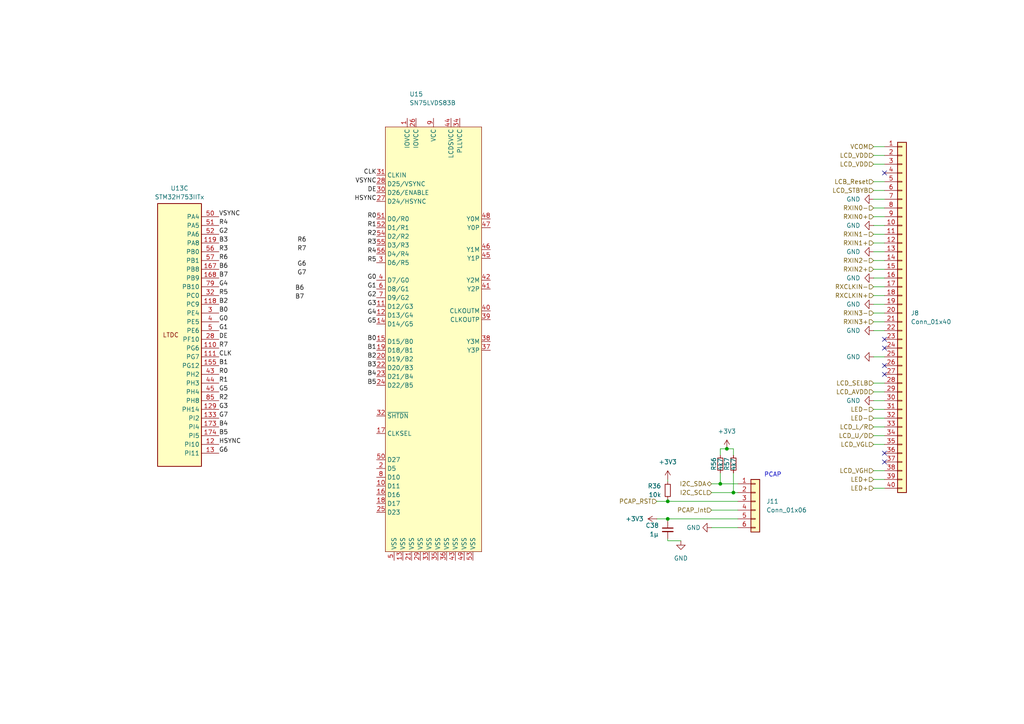
<source format=kicad_sch>
(kicad_sch
	(version 20231120)
	(generator "eeschema")
	(generator_version "8.0")
	(uuid "cfc08744-1338-460e-b9d6-bbb983fd58f1")
	(paper "A4")
	
	(junction
		(at 210.82 130.175)
		(diameter 0)
		(color 0 0 0 0)
		(uuid "1f38e153-e651-4879-8c77-3220d9bfe30b")
	)
	(junction
		(at 212.725 142.875)
		(diameter 0)
		(color 0 0 0 0)
		(uuid "3925a27d-4875-405a-8c29-a7ba8d4725f7")
	)
	(junction
		(at 193.675 150.495)
		(diameter 0)
		(color 0 0 0 0)
		(uuid "833e2d64-fc43-464a-9283-f695744d3d12")
	)
	(junction
		(at 193.675 145.415)
		(diameter 0)
		(color 0 0 0 0)
		(uuid "ba9f6885-d1c2-4976-8e6c-b3c768d67c14")
	)
	(junction
		(at 208.915 140.335)
		(diameter 0)
		(color 0 0 0 0)
		(uuid "f621acd5-9b92-4da7-afc1-ea1e53f7700e")
	)
	(no_connect
		(at 256.54 133.985)
		(uuid "206530de-08a6-4322-927d-360e1543f9c3")
	)
	(no_connect
		(at 256.54 106.045)
		(uuid "4670c019-b6c9-4fcc-b1c1-90483035a52d")
	)
	(no_connect
		(at 256.54 98.425)
		(uuid "57ba4c83-7552-48dc-a263-d34d0b323fe5")
	)
	(no_connect
		(at 256.54 108.585)
		(uuid "58e4a9ba-9959-41ee-8aa7-af7bb26bb0fc")
	)
	(no_connect
		(at 256.54 100.965)
		(uuid "6656bea9-1e28-47cc-8494-9faa91d6f4b4")
	)
	(no_connect
		(at 256.54 50.165)
		(uuid "b5294258-8b2c-4d02-a271-4a5af5e8753b")
	)
	(no_connect
		(at 256.54 131.445)
		(uuid "d5a720d4-226e-4161-a590-27effc13fbc0")
	)
	(wire
		(pts
			(xy 206.375 142.875) (xy 212.725 142.875)
		)
		(stroke
			(width 0)
			(type default)
		)
		(uuid "05e528cd-cd25-429f-b1b3-d804461f1fbb")
	)
	(wire
		(pts
			(xy 212.725 137.16) (xy 212.725 142.875)
		)
		(stroke
			(width 0)
			(type default)
		)
		(uuid "06b39ecd-f131-4d5e-be11-106155e0051c")
	)
	(wire
		(pts
			(xy 193.675 150.495) (xy 193.675 151.13)
		)
		(stroke
			(width 0)
			(type default)
		)
		(uuid "193249d7-42be-4aa3-9346-3782bac88bef")
	)
	(wire
		(pts
			(xy 253.365 116.205) (xy 256.54 116.205)
		)
		(stroke
			(width 0)
			(type default)
		)
		(uuid "1c029d85-b489-425d-b4be-7fb14080dda1")
	)
	(wire
		(pts
			(xy 193.675 144.78) (xy 193.675 145.415)
		)
		(stroke
			(width 0)
			(type default)
		)
		(uuid "23c600d3-e761-4c99-b45d-34adfb2a9b67")
	)
	(wire
		(pts
			(xy 253.365 85.725) (xy 256.54 85.725)
		)
		(stroke
			(width 0)
			(type default)
		)
		(uuid "27619d87-814b-4e66-8ce5-84c9b258f0bf")
	)
	(wire
		(pts
			(xy 253.365 90.805) (xy 256.54 90.805)
		)
		(stroke
			(width 0)
			(type default)
		)
		(uuid "2f1b7142-5359-4472-b1fd-de96165f83e6")
	)
	(wire
		(pts
			(xy 253.365 47.625) (xy 256.54 47.625)
		)
		(stroke
			(width 0)
			(type default)
		)
		(uuid "2f4e38f2-30cc-442c-b415-30467d32412d")
	)
	(wire
		(pts
			(xy 253.365 83.185) (xy 256.54 83.185)
		)
		(stroke
			(width 0)
			(type default)
		)
		(uuid "338cbeb0-9e4c-42b6-9787-f19a5da2870c")
	)
	(wire
		(pts
			(xy 208.915 130.175) (xy 210.82 130.175)
		)
		(stroke
			(width 0)
			(type default)
		)
		(uuid "357e09a7-75f7-41a8-8c60-319f523d3773")
	)
	(wire
		(pts
			(xy 206.375 140.335) (xy 208.915 140.335)
		)
		(stroke
			(width 0)
			(type default)
		)
		(uuid "3f295cfd-ebba-4b1e-bac9-708590bd77b6")
	)
	(wire
		(pts
			(xy 253.365 78.105) (xy 256.54 78.105)
		)
		(stroke
			(width 0)
			(type default)
		)
		(uuid "48985834-8e71-434f-b58e-ed9ffa085d20")
	)
	(wire
		(pts
			(xy 193.675 150.495) (xy 213.995 150.495)
		)
		(stroke
			(width 0)
			(type default)
		)
		(uuid "4c814185-20ab-4c63-85a3-08873cf631b5")
	)
	(wire
		(pts
			(xy 190.5 145.415) (xy 193.675 145.415)
		)
		(stroke
			(width 0)
			(type default)
		)
		(uuid "51176f82-a718-44d9-8aac-1fbaebeebff1")
	)
	(wire
		(pts
			(xy 253.365 88.265) (xy 256.54 88.265)
		)
		(stroke
			(width 0)
			(type default)
		)
		(uuid "5d74f553-7285-4b03-8f7a-7493264e6ca7")
	)
	(wire
		(pts
			(xy 253.365 118.745) (xy 256.54 118.745)
		)
		(stroke
			(width 0)
			(type default)
		)
		(uuid "5f241d29-31c2-41f4-bd3d-059c2e65be39")
	)
	(wire
		(pts
			(xy 253.365 42.545) (xy 256.54 42.545)
		)
		(stroke
			(width 0)
			(type default)
		)
		(uuid "618979c3-fee3-4fd4-90b7-b3a321c9831f")
	)
	(wire
		(pts
			(xy 253.365 93.345) (xy 256.54 93.345)
		)
		(stroke
			(width 0)
			(type default)
		)
		(uuid "671eb76e-ac7c-495b-9377-d06227dbda46")
	)
	(wire
		(pts
			(xy 253.365 121.285) (xy 256.54 121.285)
		)
		(stroke
			(width 0)
			(type default)
		)
		(uuid "6c2477a4-178e-4f32-9674-a5710c149782")
	)
	(wire
		(pts
			(xy 253.365 126.365) (xy 256.54 126.365)
		)
		(stroke
			(width 0)
			(type default)
		)
		(uuid "71413b15-4c29-4db8-9aca-4d4d08e03b81")
	)
	(wire
		(pts
			(xy 206.375 147.955) (xy 213.995 147.955)
		)
		(stroke
			(width 0)
			(type default)
		)
		(uuid "718cbf0e-2c2e-4dfb-aa82-e96c26e595e9")
	)
	(wire
		(pts
			(xy 253.365 113.665) (xy 256.54 113.665)
		)
		(stroke
			(width 0)
			(type default)
		)
		(uuid "7ba4c5a6-fc2a-42bf-835e-6d3fe146eb49")
	)
	(wire
		(pts
			(xy 253.365 111.125) (xy 256.54 111.125)
		)
		(stroke
			(width 0)
			(type default)
		)
		(uuid "7d97b2ea-9c3a-4444-8140-5f88442d21a4")
	)
	(wire
		(pts
			(xy 212.725 142.875) (xy 213.995 142.875)
		)
		(stroke
			(width 0)
			(type default)
		)
		(uuid "80449c22-7a2e-48ef-b100-319c64440b08")
	)
	(wire
		(pts
			(xy 253.365 57.785) (xy 256.54 57.785)
		)
		(stroke
			(width 0)
			(type default)
		)
		(uuid "83cc7d18-3605-4624-a3e7-065a5db17972")
	)
	(wire
		(pts
			(xy 193.675 145.415) (xy 213.995 145.415)
		)
		(stroke
			(width 0)
			(type default)
		)
		(uuid "8a253ece-2bc3-43e4-9198-530d6b262d90")
	)
	(wire
		(pts
			(xy 253.365 128.905) (xy 256.54 128.905)
		)
		(stroke
			(width 0)
			(type default)
		)
		(uuid "8b6da8b0-de78-4e0a-9628-aa523a0de7bb")
	)
	(wire
		(pts
			(xy 253.365 95.885) (xy 256.54 95.885)
		)
		(stroke
			(width 0)
			(type default)
		)
		(uuid "8fcba768-840e-438e-ac66-8ec626ed306c")
	)
	(wire
		(pts
			(xy 193.675 156.21) (xy 193.675 156.845)
		)
		(stroke
			(width 0)
			(type default)
		)
		(uuid "935c8a75-ba66-49fc-92ef-91648e9fffac")
	)
	(wire
		(pts
			(xy 190.5 150.495) (xy 193.675 150.495)
		)
		(stroke
			(width 0)
			(type default)
		)
		(uuid "9af2513d-bd0e-422c-8c69-9f61ea71fb1c")
	)
	(wire
		(pts
			(xy 253.365 60.325) (xy 256.54 60.325)
		)
		(stroke
			(width 0)
			(type default)
		)
		(uuid "9afaf073-8914-4b5f-9a09-321c7823603b")
	)
	(wire
		(pts
			(xy 212.725 130.175) (xy 212.725 132.08)
		)
		(stroke
			(width 0)
			(type default)
		)
		(uuid "9c4d6a6f-f984-42f1-a37b-45ccd36c49c2")
	)
	(wire
		(pts
			(xy 253.365 139.065) (xy 256.54 139.065)
		)
		(stroke
			(width 0)
			(type default)
		)
		(uuid "9cb67b43-cabd-47e1-99bb-bf896041f2a0")
	)
	(wire
		(pts
			(xy 210.82 130.175) (xy 212.725 130.175)
		)
		(stroke
			(width 0)
			(type default)
		)
		(uuid "9cd4ebb7-1f67-4d4a-86a6-5d4df2a67f6d")
	)
	(wire
		(pts
			(xy 193.675 139.065) (xy 193.675 139.7)
		)
		(stroke
			(width 0)
			(type default)
		)
		(uuid "a38bdfda-67d3-463a-8274-24b317601fed")
	)
	(wire
		(pts
			(xy 253.365 75.565) (xy 256.54 75.565)
		)
		(stroke
			(width 0)
			(type default)
		)
		(uuid "ae07fa32-ecd4-4f47-9f9a-68257480dc89")
	)
	(wire
		(pts
			(xy 253.365 45.085) (xy 256.54 45.085)
		)
		(stroke
			(width 0)
			(type default)
		)
		(uuid "ae5d1da4-dc18-4b2d-bc7a-ff67f4fd9e22")
	)
	(wire
		(pts
			(xy 253.365 103.505) (xy 256.54 103.505)
		)
		(stroke
			(width 0)
			(type default)
		)
		(uuid "b3918266-6f83-4b67-95c2-a18adeb3b8f8")
	)
	(wire
		(pts
			(xy 253.365 123.825) (xy 256.54 123.825)
		)
		(stroke
			(width 0)
			(type default)
		)
		(uuid "b74665b8-9c25-4e6e-9b69-3020ade95bd7")
	)
	(wire
		(pts
			(xy 193.675 156.845) (xy 197.485 156.845)
		)
		(stroke
			(width 0)
			(type default)
		)
		(uuid "b7e2efa6-f22e-4665-a0a0-177864f61809")
	)
	(wire
		(pts
			(xy 253.365 141.605) (xy 256.54 141.605)
		)
		(stroke
			(width 0)
			(type default)
		)
		(uuid "b9abca9c-6609-4958-94d6-227d63211984")
	)
	(wire
		(pts
			(xy 253.365 80.645) (xy 256.54 80.645)
		)
		(stroke
			(width 0)
			(type default)
		)
		(uuid "ba578d3a-fb82-4cea-8c1f-7e1fda372293")
	)
	(wire
		(pts
			(xy 208.915 140.335) (xy 213.995 140.335)
		)
		(stroke
			(width 0)
			(type default)
		)
		(uuid "bbd5ddb8-14c3-4b2b-aa92-4b50e140d68c")
	)
	(wire
		(pts
			(xy 206.375 153.035) (xy 213.995 153.035)
		)
		(stroke
			(width 0)
			(type default)
		)
		(uuid "bc4832a6-be93-4682-a561-6bd59cf7249f")
	)
	(wire
		(pts
			(xy 208.915 130.175) (xy 208.915 132.08)
		)
		(stroke
			(width 0)
			(type default)
		)
		(uuid "bd98bc5c-a944-4744-b53e-8f22f3ee1dda")
	)
	(wire
		(pts
			(xy 253.365 62.865) (xy 256.54 62.865)
		)
		(stroke
			(width 0)
			(type default)
		)
		(uuid "bef8842b-46f7-4d9f-b8ff-b5523cb14e85")
	)
	(wire
		(pts
			(xy 253.365 65.405) (xy 256.54 65.405)
		)
		(stroke
			(width 0)
			(type default)
		)
		(uuid "bf23b9bf-e84b-4f47-83d9-2d403c4d44e9")
	)
	(wire
		(pts
			(xy 253.365 70.485) (xy 256.54 70.485)
		)
		(stroke
			(width 0)
			(type default)
		)
		(uuid "c9db60b3-18a2-4d9a-b871-8efab5d8404d")
	)
	(wire
		(pts
			(xy 253.365 67.945) (xy 256.54 67.945)
		)
		(stroke
			(width 0)
			(type default)
		)
		(uuid "e2388c05-3c96-4150-bfba-fabf46d0bbae")
	)
	(wire
		(pts
			(xy 253.365 136.525) (xy 256.54 136.525)
		)
		(stroke
			(width 0)
			(type default)
		)
		(uuid "f2557df2-1adf-456b-8f1a-153221d9ea7f")
	)
	(wire
		(pts
			(xy 208.915 137.16) (xy 208.915 140.335)
		)
		(stroke
			(width 0)
			(type default)
		)
		(uuid "f34b4a7f-30c2-4c02-acad-64be66476446")
	)
	(wire
		(pts
			(xy 253.365 55.245) (xy 256.54 55.245)
		)
		(stroke
			(width 0)
			(type default)
		)
		(uuid "f8bd3e43-06b8-48bc-969c-a24c8a936e42")
	)
	(wire
		(pts
			(xy 253.365 52.705) (xy 256.54 52.705)
		)
		(stroke
			(width 0)
			(type default)
		)
		(uuid "f907b5bd-be26-4ce3-bba1-b715c06131de")
	)
	(wire
		(pts
			(xy 253.365 73.025) (xy 256.54 73.025)
		)
		(stroke
			(width 0)
			(type default)
		)
		(uuid "fd2d8bec-9089-483f-bc2e-e8ddcafcfebb")
	)
	(text "PCAP"
		(exclude_from_sim no)
		(at 224.155 137.795 0)
		(effects
			(font
				(size 1.27 1.27)
			)
		)
		(uuid "953f9d08-beaa-4a51-9778-13ce58a1a9e4")
	)
	(label "CLK"
		(at 109.22 50.8 180)
		(effects
			(font
				(size 1.27 1.27)
			)
			(justify right bottom)
		)
		(uuid "0152042a-2e95-49bd-8c52-583776a4d18d")
	)
	(label "G7"
		(at 88.9 80.01 180)
		(effects
			(font
				(size 1.27 1.27)
			)
			(justify right bottom)
		)
		(uuid "08754e1f-e8f7-4846-ab84-6afec5cd4af9")
	)
	(label "R6"
		(at 63.5 75.565 0)
		(effects
			(font
				(size 1.27 1.27)
			)
			(justify left bottom)
		)
		(uuid "08ca3b5f-fac8-4fb4-9832-087b8859e3e4")
	)
	(label "G6"
		(at 63.5 131.445 0)
		(effects
			(font
				(size 1.27 1.27)
			)
			(justify left bottom)
		)
		(uuid "096b0597-da20-426d-a588-67938caf16a3")
	)
	(label "B0"
		(at 109.22 99.06 180)
		(effects
			(font
				(size 1.27 1.27)
			)
			(justify right bottom)
		)
		(uuid "096d8b65-3f35-45ea-a2cb-ec5d8c6d025a")
	)
	(label "G6"
		(at 88.9 77.47 180)
		(effects
			(font
				(size 1.27 1.27)
			)
			(justify right bottom)
		)
		(uuid "148f24ec-133d-46ba-8469-e51a77694918")
	)
	(label "B0"
		(at 63.5 90.805 0)
		(effects
			(font
				(size 1.27 1.27)
			)
			(justify left bottom)
		)
		(uuid "2533289e-e9d3-45ba-974c-2c60d94ab3ac")
	)
	(label "B5"
		(at 63.5 126.365 0)
		(effects
			(font
				(size 1.27 1.27)
			)
			(justify left bottom)
		)
		(uuid "2b03ce00-50b9-443b-a694-95e2ad9fbd0b")
	)
	(label "B6"
		(at 63.5 78.105 0)
		(effects
			(font
				(size 1.27 1.27)
			)
			(justify left bottom)
		)
		(uuid "2f13269d-acbc-4026-a52b-966bcaf67fb9")
	)
	(label "R5"
		(at 109.22 76.2 180)
		(effects
			(font
				(size 1.27 1.27)
			)
			(justify right bottom)
		)
		(uuid "2f9635c8-4f48-4faf-a078-cffff38268eb")
	)
	(label "G5"
		(at 109.22 93.98 180)
		(effects
			(font
				(size 1.27 1.27)
			)
			(justify right bottom)
		)
		(uuid "2ff65520-03fa-4157-9b8f-e439531e5d4d")
	)
	(label "R5"
		(at 63.5 85.725 0)
		(effects
			(font
				(size 1.27 1.27)
			)
			(justify left bottom)
		)
		(uuid "30a26e4c-77dd-4daa-959d-9445d0b53384")
	)
	(label "HSYNC"
		(at 63.5 128.905 0)
		(effects
			(font
				(size 1.27 1.27)
			)
			(justify left bottom)
		)
		(uuid "37ed1a4c-aaa7-4117-9939-eaf71c7fd3dd")
	)
	(label "VSYNC"
		(at 63.5 62.865 0)
		(effects
			(font
				(size 1.27 1.27)
			)
			(justify left bottom)
		)
		(uuid "4027ccb6-ccfc-48bb-ac38-97fd486ede19")
	)
	(label "R3"
		(at 63.5 73.025 0)
		(effects
			(font
				(size 1.27 1.27)
			)
			(justify left bottom)
		)
		(uuid "402fbdd1-f16d-42f6-b6d4-2893e3aeedfc")
	)
	(label "B3"
		(at 63.5 70.485 0)
		(effects
			(font
				(size 1.27 1.27)
			)
			(justify left bottom)
		)
		(uuid "4fe9fb27-c50c-4dba-8b12-14fe9d941704")
	)
	(label "R0"
		(at 63.5 108.585 0)
		(effects
			(font
				(size 1.27 1.27)
			)
			(justify left bottom)
		)
		(uuid "5036eab7-a315-4c60-9769-172ad985f941")
	)
	(label "R6"
		(at 88.9 70.485 180)
		(effects
			(font
				(size 1.27 1.27)
			)
			(justify right bottom)
		)
		(uuid "50a8c713-5dc9-4c0c-87ac-23fc241eaac3")
	)
	(label "R1"
		(at 63.5 111.125 0)
		(effects
			(font
				(size 1.27 1.27)
			)
			(justify left bottom)
		)
		(uuid "57fc748d-c2ac-41da-bfa8-02cfdd97af99")
	)
	(label "B1"
		(at 109.22 101.6 180)
		(effects
			(font
				(size 1.27 1.27)
			)
			(justify right bottom)
		)
		(uuid "5a19eec5-bc36-4a24-9e46-c05116e0da24")
	)
	(label "G3"
		(at 63.5 118.745 0)
		(effects
			(font
				(size 1.27 1.27)
			)
			(justify left bottom)
		)
		(uuid "5ece0f61-52d4-421f-b104-18f73cbff931")
	)
	(label "DE"
		(at 63.5 98.425 0)
		(effects
			(font
				(size 1.27 1.27)
			)
			(justify left bottom)
		)
		(uuid "5f11e062-7669-4fed-ae54-2410bfd2c9aa")
	)
	(label "B4"
		(at 109.22 109.22 180)
		(effects
			(font
				(size 1.27 1.27)
			)
			(justify right bottom)
		)
		(uuid "6243d259-549d-440c-89a5-83209aebb695")
	)
	(label "G3"
		(at 109.22 88.9 180)
		(effects
			(font
				(size 1.27 1.27)
			)
			(justify right bottom)
		)
		(uuid "6475158b-452e-4407-bc5c-cbe2225862a0")
	)
	(label "B3"
		(at 109.22 106.68 180)
		(effects
			(font
				(size 1.27 1.27)
			)
			(justify right bottom)
		)
		(uuid "68a208c6-5f66-4de8-95eb-958a270c0efd")
	)
	(label "G2"
		(at 109.22 86.36 180)
		(effects
			(font
				(size 1.27 1.27)
			)
			(justify right bottom)
		)
		(uuid "6fe78f8c-aa6c-495b-a2d0-7e4f6326bc40")
	)
	(label "R3"
		(at 109.22 71.12 180)
		(effects
			(font
				(size 1.27 1.27)
			)
			(justify right bottom)
		)
		(uuid "708b591f-2881-4ae0-a20b-d8559f75da6e")
	)
	(label "B5"
		(at 109.22 111.76 180)
		(effects
			(font
				(size 1.27 1.27)
			)
			(justify right bottom)
		)
		(uuid "70da06be-4e17-4517-957d-299c1ceb91d9")
	)
	(label "G1"
		(at 109.22 83.82 180)
		(effects
			(font
				(size 1.27 1.27)
			)
			(justify right bottom)
		)
		(uuid "82a3c86b-2ae2-4258-a371-0c95745c9d37")
	)
	(label "R4"
		(at 109.22 73.66 180)
		(effects
			(font
				(size 1.27 1.27)
			)
			(justify right bottom)
		)
		(uuid "90d54928-5f90-4149-bde2-70defc6cd53c")
	)
	(label "B2"
		(at 109.22 104.14 180)
		(effects
			(font
				(size 1.27 1.27)
			)
			(justify right bottom)
		)
		(uuid "939d674a-7322-4175-89d4-6cd3eda47fcd")
	)
	(label "R2"
		(at 63.5 116.205 0)
		(effects
			(font
				(size 1.27 1.27)
			)
			(justify left bottom)
		)
		(uuid "94c16b95-1411-4c82-ab58-c6752095558e")
	)
	(label "R2"
		(at 109.22 68.58 180)
		(effects
			(font
				(size 1.27 1.27)
			)
			(justify right bottom)
		)
		(uuid "9935db15-f43d-43b7-bea3-038a4563c6a7")
	)
	(label "G4"
		(at 63.5 83.185 0)
		(effects
			(font
				(size 1.27 1.27)
			)
			(justify left bottom)
		)
		(uuid "9a114369-d623-4017-b616-6be20bbadbe7")
	)
	(label "G5"
		(at 63.5 113.665 0)
		(effects
			(font
				(size 1.27 1.27)
			)
			(justify left bottom)
		)
		(uuid "a74c3866-9696-441e-9426-16d3b6653334")
	)
	(label "R1"
		(at 109.22 66.04 180)
		(effects
			(font
				(size 1.27 1.27)
			)
			(justify right bottom)
		)
		(uuid "a817359a-3459-47a6-8818-6adb45365941")
	)
	(label "R7"
		(at 88.9 73.025 180)
		(effects
			(font
				(size 1.27 1.27)
			)
			(justify right bottom)
		)
		(uuid "ac079dbe-5a78-4a17-966e-171b8aced527")
	)
	(label "B6"
		(at 88.265 84.455 180)
		(effects
			(font
				(size 1.27 1.27)
			)
			(justify right bottom)
		)
		(uuid "b0621dcb-a832-422e-b6eb-2d5b296b5c91")
	)
	(label "B1"
		(at 63.5 106.045 0)
		(effects
			(font
				(size 1.27 1.27)
			)
			(justify left bottom)
		)
		(uuid "b8bb422a-6cb6-44d7-8efe-c78bca779ae7")
	)
	(label "B7"
		(at 63.5 80.645 0)
		(effects
			(font
				(size 1.27 1.27)
			)
			(justify left bottom)
		)
		(uuid "c02d7445-1166-41f6-90dc-bbc5efa3194f")
	)
	(label "G0"
		(at 109.22 81.28 180)
		(effects
			(font
				(size 1.27 1.27)
			)
			(justify right bottom)
		)
		(uuid "c8abbefb-8dd6-4a5b-a015-e266fb5b1ef4")
	)
	(label "R0"
		(at 109.22 63.5 180)
		(effects
			(font
				(size 1.27 1.27)
			)
			(justify right bottom)
		)
		(uuid "c9efc170-5f61-4d65-ad7e-22c526cf67ae")
	)
	(label "VSYNC"
		(at 109.22 53.34 180)
		(effects
			(font
				(size 1.27 1.27)
			)
			(justify right bottom)
		)
		(uuid "d2598da9-f418-4cea-ba7a-c8a9e011890c")
	)
	(label "CLK"
		(at 63.5 103.505 0)
		(effects
			(font
				(size 1.27 1.27)
			)
			(justify left bottom)
		)
		(uuid "d517b796-9870-4a9a-9e4d-e348d03fd5c2")
	)
	(label "B7"
		(at 88.265 86.995 180)
		(effects
			(font
				(size 1.27 1.27)
			)
			(justify right bottom)
		)
		(uuid "d8f9f2c4-0c1b-4083-a93f-78683476a003")
	)
	(label "G4"
		(at 109.22 91.44 180)
		(effects
			(font
				(size 1.27 1.27)
			)
			(justify right bottom)
		)
		(uuid "de5900e9-f2b0-45a4-a513-48b158a9284c")
	)
	(label "G1"
		(at 63.5 95.885 0)
		(effects
			(font
				(size 1.27 1.27)
			)
			(justify left bottom)
		)
		(uuid "de7d90ee-d86b-4bfd-a987-0356c8844a67")
	)
	(label "HSYNC"
		(at 109.22 58.42 180)
		(effects
			(font
				(size 1.27 1.27)
			)
			(justify right bottom)
		)
		(uuid "dec2560e-1c9e-4de4-99ac-b11179322378")
	)
	(label "DE"
		(at 109.22 55.88 180)
		(effects
			(font
				(size 1.27 1.27)
			)
			(justify right bottom)
		)
		(uuid "ded0d982-9f4c-41a8-b23e-e86a83d8dcfa")
	)
	(label "G0"
		(at 63.5 93.345 0)
		(effects
			(font
				(size 1.27 1.27)
			)
			(justify left bottom)
		)
		(uuid "e050301c-7a8f-46e2-809d-9668034dcb70")
	)
	(label "G7"
		(at 63.5 121.285 0)
		(effects
			(font
				(size 1.27 1.27)
			)
			(justify left bottom)
		)
		(uuid "e25cac01-a1d1-4410-9453-dc1e7dee9884")
	)
	(label "B4"
		(at 63.5 123.825 0)
		(effects
			(font
				(size 1.27 1.27)
			)
			(justify left bottom)
		)
		(uuid "e7ccaf11-9574-4634-8ca0-f954410a4778")
	)
	(label "R4"
		(at 63.5 65.405 0)
		(effects
			(font
				(size 1.27 1.27)
			)
			(justify left bottom)
		)
		(uuid "e91c9602-f555-4d1a-969c-4d914a963e81")
	)
	(label "B2"
		(at 63.5 88.265 0)
		(effects
			(font
				(size 1.27 1.27)
			)
			(justify left bottom)
		)
		(uuid "ed36f253-9a6b-4cae-b9ae-6752c6373800")
	)
	(label "G2"
		(at 63.5 67.945 0)
		(effects
			(font
				(size 1.27 1.27)
			)
			(justify left bottom)
		)
		(uuid "f40a8545-3449-45e3-888c-94ec74c3e77a")
	)
	(label "R7"
		(at 63.5 100.965 0)
		(effects
			(font
				(size 1.27 1.27)
			)
			(justify left bottom)
		)
		(uuid "fa4f78e8-8127-423f-8374-784ea8cb31b0")
	)
	(hierarchical_label "RXCLKIN-"
		(shape input)
		(at 253.365 83.185 180)
		(effects
			(font
				(size 1.27 1.27)
			)
			(justify right)
		)
		(uuid "0664c340-1bd1-4b6d-9992-faeaff030f4a")
	)
	(hierarchical_label "RXIN2-"
		(shape input)
		(at 253.365 75.565 180)
		(effects
			(font
				(size 1.27 1.27)
			)
			(justify right)
		)
		(uuid "07090775-97d1-45cf-8b55-1b4bf28a9ef1")
	)
	(hierarchical_label "I2C_SCL"
		(shape input)
		(at 206.375 142.875 180)
		(effects
			(font
				(size 1.27 1.27)
			)
			(justify right)
		)
		(uuid "1ab6f00c-4a46-41c8-ae71-62438a1901db")
	)
	(hierarchical_label "PCAP_Int"
		(shape input)
		(at 206.375 147.955 180)
		(effects
			(font
				(size 1.27 1.27)
			)
			(justify right)
		)
		(uuid "1baf865d-5d73-4094-9716-7ec9ddfb880c")
	)
	(hierarchical_label "LCD_VDD"
		(shape input)
		(at 253.365 45.085 180)
		(effects
			(font
				(size 1.27 1.27)
			)
			(justify right)
		)
		(uuid "1cb8394a-6551-44a5-94f5-9a55976fa885")
	)
	(hierarchical_label "RXIN1-"
		(shape input)
		(at 253.365 67.945 180)
		(effects
			(font
				(size 1.27 1.27)
			)
			(justify right)
		)
		(uuid "27080632-c1bd-448e-8e70-54b5fb7fed6b")
	)
	(hierarchical_label "LCB_Reset"
		(shape input)
		(at 253.365 52.705 180)
		(effects
			(font
				(size 1.27 1.27)
			)
			(justify right)
		)
		(uuid "3579fe0b-9c7c-44f8-b11f-875457a2d732")
	)
	(hierarchical_label "RXCLKIN+"
		(shape input)
		(at 253.365 85.725 180)
		(effects
			(font
				(size 1.27 1.27)
			)
			(justify right)
		)
		(uuid "42bc9ffd-2a1c-4910-b8f2-a3cf9124e1ca")
	)
	(hierarchical_label "RXIN0+"
		(shape input)
		(at 253.365 62.865 180)
		(effects
			(font
				(size 1.27 1.27)
			)
			(justify right)
		)
		(uuid "4a5770a4-b8f8-4339-94d1-a9e08b37a2a2")
	)
	(hierarchical_label "LED+"
		(shape input)
		(at 253.365 139.065 180)
		(effects
			(font
				(size 1.27 1.27)
			)
			(justify right)
		)
		(uuid "5d887882-77df-48ca-a3fa-32f22354fec8")
	)
	(hierarchical_label "LCD_U{slash}D"
		(shape input)
		(at 253.365 126.365 180)
		(effects
			(font
				(size 1.27 1.27)
			)
			(justify right)
		)
		(uuid "6221453f-110e-4c3d-adf3-9d9c076801d4")
	)
	(hierarchical_label "PCAP_RST"
		(shape input)
		(at 190.5 145.415 180)
		(effects
			(font
				(size 1.27 1.27)
			)
			(justify right)
		)
		(uuid "70f5d4c1-d1b5-4cd8-be6e-bae512455c36")
	)
	(hierarchical_label "LCD_VDD"
		(shape input)
		(at 253.365 47.625 180)
		(effects
			(font
				(size 1.27 1.27)
			)
			(justify right)
		)
		(uuid "718c457c-fe3e-4eaf-b528-ded487caec70")
	)
	(hierarchical_label "LCD_L{slash}R"
		(shape input)
		(at 253.365 123.825 180)
		(effects
			(font
				(size 1.27 1.27)
			)
			(justify right)
		)
		(uuid "8455b20d-80ff-4fb8-8ccb-f7cbefa04ab8")
	)
	(hierarchical_label "LED-"
		(shape input)
		(at 253.365 121.285 180)
		(effects
			(font
				(size 1.27 1.27)
			)
			(justify right)
		)
		(uuid "88af7857-b7d6-40e6-80c9-2466f4cd397f")
	)
	(hierarchical_label "LED-"
		(shape input)
		(at 253.365 118.745 180)
		(effects
			(font
				(size 1.27 1.27)
			)
			(justify right)
		)
		(uuid "924c5f01-9d9d-4a14-8ca9-0b24a1a33e8e")
	)
	(hierarchical_label "LED+"
		(shape input)
		(at 253.365 141.605 180)
		(effects
			(font
				(size 1.27 1.27)
			)
			(justify right)
		)
		(uuid "93e81675-6fbb-4f8e-bd52-e932b7441839")
	)
	(hierarchical_label "LCD_STBYB"
		(shape input)
		(at 253.365 55.245 180)
		(effects
			(font
				(size 1.27 1.27)
			)
			(justify right)
		)
		(uuid "9b0c3220-1708-437f-8ffb-0afbc2184b72")
	)
	(hierarchical_label "LCD_AVDD"
		(shape input)
		(at 253.365 113.665 180)
		(effects
			(font
				(size 1.27 1.27)
			)
			(justify right)
		)
		(uuid "a745d38e-3ecf-4a92-87f8-56a262c48090")
	)
	(hierarchical_label "RXIN2+"
		(shape input)
		(at 253.365 78.105 180)
		(effects
			(font
				(size 1.27 1.27)
			)
			(justify right)
		)
		(uuid "afe9876b-ccbd-4cd8-8a84-e4635ad76b01")
	)
	(hierarchical_label "RXIN3-"
		(shape input)
		(at 253.365 90.805 180)
		(effects
			(font
				(size 1.27 1.27)
			)
			(justify right)
		)
		(uuid "b8657104-5263-4316-88c4-7013dd7b40ed")
	)
	(hierarchical_label "LCD_VGL"
		(shape input)
		(at 253.365 128.905 180)
		(effects
			(font
				(size 1.27 1.27)
			)
			(justify right)
		)
		(uuid "ba6aa2aa-24fd-4032-ad36-51c269141a80")
	)
	(hierarchical_label "RXIN0-"
		(shape input)
		(at 253.365 60.325 180)
		(effects
			(font
				(size 1.27 1.27)
			)
			(justify right)
		)
		(uuid "bbc087f3-bca1-4a79-9d21-71d65dd0c7b1")
	)
	(hierarchical_label "LCD_VGH"
		(shape input)
		(at 253.365 136.525 180)
		(effects
			(font
				(size 1.27 1.27)
			)
			(justify right)
		)
		(uuid "d13f801a-0cc5-4ca0-985c-aa8dc2440f1b")
	)
	(hierarchical_label "I2C_SDA"
		(shape bidirectional)
		(at 206.375 140.335 180)
		(effects
			(font
				(size 1.27 1.27)
			)
			(justify right)
		)
		(uuid "dfa79da5-f1e7-4715-9c84-2d937db7ef21")
	)
	(hierarchical_label "RXIN1+"
		(shape input)
		(at 253.365 70.485 180)
		(effects
			(font
				(size 1.27 1.27)
			)
			(justify right)
		)
		(uuid "e6bcc636-52d5-479d-8e0e-df3a346068e6")
	)
	(hierarchical_label "VCOM"
		(shape input)
		(at 253.365 42.545 180)
		(effects
			(font
				(size 1.27 1.27)
			)
			(justify right)
		)
		(uuid "ef493566-be05-4363-ae1e-b8d428e435c9")
	)
	(hierarchical_label "RXIN3+"
		(shape input)
		(at 253.365 93.345 180)
		(effects
			(font
				(size 1.27 1.27)
			)
			(justify right)
		)
		(uuid "efad5450-4391-414f-89b2-9f7587e059ba")
	)
	(hierarchical_label "LCD_SELB"
		(shape input)
		(at 253.365 111.125 180)
		(effects
			(font
				(size 1.27 1.27)
			)
			(justify right)
		)
		(uuid "f696b2e1-6495-4326-a75b-b1d1ba9505de")
	)
	(symbol
		(lib_id "SN75_Flatlink_Transceiver:SN75LVDS83B")
		(at 125.73 97.79 0)
		(unit 1)
		(exclude_from_sim no)
		(in_bom yes)
		(on_board yes)
		(dnp no)
		(uuid "03cf1c10-e5e1-44bd-acff-93603d847148")
		(property "Reference" "U15"
			(at 118.745 27.305 0)
			(effects
				(font
					(size 1.27 1.27)
				)
				(justify left)
			)
		)
		(property "Value" "SN75LVDS83B"
			(at 118.745 29.845 0)
			(effects
				(font
					(size 1.27 1.27)
				)
				(justify left)
			)
		)
		(property "Footprint" "Package_SO:TSSOP-56_6.1x14mm_P0.5mm"
			(at 125.73 29.21 0)
			(effects
				(font
					(size 1.27 1.27)
				)
				(hide yes)
			)
		)
		(property "Datasheet" "https://www.ti.com/lit/ds/symlink/sn75lvds83b.pdf?ts=1730295288259&ref_url=https%253A%252F%252Fwww.ti.com%252Fproduct%252FSN75LVDS83B"
			(at 125.73 29.21 0)
			(effects
				(font
					(size 1.27 1.27)
				)
				(hide yes)
			)
		)
		(property "Description" ""
			(at 125.73 97.79 0)
			(effects
				(font
					(size 1.27 1.27)
				)
				(hide yes)
			)
		)
		(pin "1"
			(uuid "7cc25e26-f9d1-4168-84f9-7c3b7c203169")
		)
		(pin "10"
			(uuid "ec5e711d-abd1-4043-b2ed-66f5c71774bc")
		)
		(pin "11"
			(uuid "5dabea96-9f77-422c-87e1-025d609053c4")
		)
		(pin "12"
			(uuid "e637e0e2-63ae-44fc-9c01-79ac1f65c6bc")
		)
		(pin "13"
			(uuid "397982c5-4c75-4980-8298-75a156cbb309")
		)
		(pin "14"
			(uuid "8c2f18ca-dc36-4163-96ec-e8ce31189463")
		)
		(pin "15"
			(uuid "18d10077-2191-4c6f-b07d-eef516a64b9d")
		)
		(pin "16"
			(uuid "5af5481a-8247-4d7e-a630-7e385798d1a2")
		)
		(pin "17"
			(uuid "aa24a9fc-a9a3-4074-a1c1-a964fd4f3a42")
		)
		(pin "18"
			(uuid "d1c6dd12-ed36-44e0-a31c-964bb7d38140")
		)
		(pin "19"
			(uuid "027a957a-9791-4b56-b4cb-90ce9bbf182a")
		)
		(pin "2"
			(uuid "a65b176a-ee2b-4877-a29a-5cc22daeda0d")
		)
		(pin "20"
			(uuid "afe07493-e933-4460-a2f3-327b37a6d7cc")
		)
		(pin "21"
			(uuid "f4cac395-d352-4b03-bebe-5a5d43f630b7")
		)
		(pin "22"
			(uuid "33932bd9-84a9-4a4d-9abb-92cca17e079c")
		)
		(pin "23"
			(uuid "bd0f4486-2f74-42fd-a2a7-a65b1617ce7a")
		)
		(pin "24"
			(uuid "b539bf37-9b5e-412c-bb1f-7a2eac491429")
		)
		(pin "25"
			(uuid "73424428-f943-4916-9317-6cfd9d1434a2")
		)
		(pin "26"
			(uuid "e9938440-1420-4ce3-a7e7-e7a44acc0e12")
		)
		(pin "27"
			(uuid "451b00ff-314b-4ef1-815e-19828865bf4c")
		)
		(pin "28"
			(uuid "d9c70120-92a8-40cf-8a47-07756fc324b9")
		)
		(pin "29"
			(uuid "a4f7a97f-0dd2-45a7-bd05-4abf26da153d")
		)
		(pin "3"
			(uuid "50be84b3-9a4e-4ad8-ac17-ab1ceb999a96")
		)
		(pin "30"
			(uuid "d510225a-3b4c-4500-9e31-3dd040b03cd3")
		)
		(pin "31"
			(uuid "1b699356-c3b4-4004-b803-60955673f63e")
		)
		(pin "32"
			(uuid "c9f750cb-63ce-439b-9978-93dd99c47ff5")
		)
		(pin "33"
			(uuid "9fe4206f-ee56-444e-a5dc-7d332549ca88")
		)
		(pin "34"
			(uuid "c8f0d49e-7302-477d-b1b7-1ea4afd3ee54")
		)
		(pin "35"
			(uuid "aed781d4-29a1-4ec6-bcb7-25ecf6404721")
		)
		(pin "36"
			(uuid "2b9df7e3-633e-4f2e-aeee-d5c1cb339b04")
		)
		(pin "37"
			(uuid "5720624b-9a1d-491f-b116-cc58fb81684c")
		)
		(pin "38"
			(uuid "b37855e2-3cbb-4916-8006-b310b22601fc")
		)
		(pin "39"
			(uuid "8a757b9e-2526-4ed9-8f6e-a7a88f45e258")
		)
		(pin "4"
			(uuid "bfa6a1ee-0c44-41e2-9b8e-95be1dae2060")
		)
		(pin "40"
			(uuid "236f766a-20a5-447f-87a7-ccad4be64266")
		)
		(pin "41"
			(uuid "78bf8c2a-1476-4d64-8853-1fb537fc9e2d")
		)
		(pin "42"
			(uuid "8326f62d-be1e-4d0a-903c-1dedcce92f8f")
		)
		(pin "43"
			(uuid "c22f1571-4f31-4a0a-93f2-b7f00c0428b4")
		)
		(pin "44"
			(uuid "da64fb2d-25b5-438a-9101-0c560899cfbc")
		)
		(pin "45"
			(uuid "8802638c-e2bf-4c5d-8251-53f9eaf37fe2")
		)
		(pin "46"
			(uuid "16cd2401-f3d7-49ef-b4aa-27ba5eb231f4")
		)
		(pin "47"
			(uuid "acf33cf4-3147-4d13-8722-9d0edbd979a0")
		)
		(pin "48"
			(uuid "3fa82497-3b29-4a28-8378-3e2f4ef6057b")
		)
		(pin "49"
			(uuid "1a20a25f-119a-48b7-829d-e1c00f4176f8")
		)
		(pin "5"
			(uuid "78af0e00-7007-4060-9072-e42dfcc6148a")
		)
		(pin "50"
			(uuid "a21470ca-3804-4aed-8d23-a6871628fed4")
		)
		(pin "51"
			(uuid "e07888c1-6886-4562-9b14-c75be100a31c")
		)
		(pin "52"
			(uuid "a4b7ceb8-c694-494a-b3ea-1f660db1ef57")
		)
		(pin "53"
			(uuid "a4793305-bf9e-43ac-9a74-146bf92fdfe4")
		)
		(pin "54"
			(uuid "2298da97-bb00-40c4-9c6e-2151270d77d1")
		)
		(pin "55"
			(uuid "50ba79a0-4fc9-4ab6-b508-58b78d9816ef")
		)
		(pin "56"
			(uuid "81771303-8203-4f0a-9028-3532e8bc93de")
		)
		(pin "6"
			(uuid "790cfe6b-e6d9-451b-8d29-5f3f876ab49b")
		)
		(pin "7"
			(uuid "7b8b6ffe-0933-42b1-9637-4205c275cabc")
		)
		(pin "8"
			(uuid "f2debc1b-aa58-4596-9e0c-17d4b0fd8493")
		)
		(pin "9"
			(uuid "16c05ee4-3d40-4414-9106-bc385724eaa3")
		)
		(instances
			(project "FT25-Charger"
				(path "/0dca9b66-f638-4727-874b-1b91b6921c17/34256820-5635-4c85-a70b-596b3ee01bd0"
					(reference "U15")
					(unit 1)
				)
			)
		)
	)
	(symbol
		(lib_id "power:GND")
		(at 253.365 95.885 270)
		(unit 1)
		(exclude_from_sim no)
		(in_bom yes)
		(on_board yes)
		(dnp no)
		(fields_autoplaced yes)
		(uuid "040ce0f4-1d81-475c-a2fb-99117158f9a7")
		(property "Reference" "#PWR0112"
			(at 247.015 95.885 0)
			(effects
				(font
					(size 1.27 1.27)
				)
				(hide yes)
			)
		)
		(property "Value" "GND"
			(at 249.555 95.8849 90)
			(effects
				(font
					(size 1.27 1.27)
				)
				(justify right)
			)
		)
		(property "Footprint" ""
			(at 253.365 95.885 0)
			(effects
				(font
					(size 1.27 1.27)
				)
				(hide yes)
			)
		)
		(property "Datasheet" ""
			(at 253.365 95.885 0)
			(effects
				(font
					(size 1.27 1.27)
				)
				(hide yes)
			)
		)
		(property "Description" "Power symbol creates a global label with name \"GND\" , ground"
			(at 253.365 95.885 0)
			(effects
				(font
					(size 1.27 1.27)
				)
				(hide yes)
			)
		)
		(pin "1"
			(uuid "2cb73b1b-cff0-4236-9516-aad5e89e2a9d")
		)
		(instances
			(project "FT25-Charger"
				(path "/0dca9b66-f638-4727-874b-1b91b6921c17/34256820-5635-4c85-a70b-596b3ee01bd0"
					(reference "#PWR0112")
					(unit 1)
				)
			)
		)
	)
	(symbol
		(lib_id "Device:C_Small")
		(at 193.675 153.67 0)
		(unit 1)
		(exclude_from_sim no)
		(in_bom yes)
		(on_board yes)
		(dnp no)
		(uuid "224f4fd8-8116-4557-b351-07f8ad382ca7")
		(property "Reference" "C38"
			(at 191.135 152.4062 0)
			(effects
				(font
					(size 1.27 1.27)
				)
				(justify right)
			)
		)
		(property "Value" "1µ"
			(at 191.135 154.9462 0)
			(effects
				(font
					(size 1.27 1.27)
				)
				(justify right)
			)
		)
		(property "Footprint" ""
			(at 193.675 153.67 0)
			(effects
				(font
					(size 1.27 1.27)
				)
				(hide yes)
			)
		)
		(property "Datasheet" "~"
			(at 193.675 153.67 0)
			(effects
				(font
					(size 1.27 1.27)
				)
				(hide yes)
			)
		)
		(property "Description" "Unpolarized capacitor, small symbol"
			(at 193.675 153.67 0)
			(effects
				(font
					(size 1.27 1.27)
				)
				(hide yes)
			)
		)
		(pin "2"
			(uuid "7347abb5-9654-458e-844a-47b552026a6a")
		)
		(pin "1"
			(uuid "8b3eff06-0227-4c81-af0d-5c0dfa3bfe75")
		)
		(instances
			(project "FT25-Charger"
				(path "/0dca9b66-f638-4727-874b-1b91b6921c17/34256820-5635-4c85-a70b-596b3ee01bd0"
					(reference "C38")
					(unit 1)
				)
			)
		)
	)
	(symbol
		(lib_id "Connector_Generic:Conn_01x40")
		(at 261.62 90.805 0)
		(unit 1)
		(exclude_from_sim no)
		(in_bom yes)
		(on_board yes)
		(dnp no)
		(fields_autoplaced yes)
		(uuid "246a2410-8f39-48cf-b7e4-2f67e4376de7")
		(property "Reference" "J8"
			(at 264.16 90.8049 0)
			(effects
				(font
					(size 1.27 1.27)
				)
				(justify left)
			)
		)
		(property "Value" "Conn_01x40"
			(at 264.16 93.3449 0)
			(effects
				(font
					(size 1.27 1.27)
				)
				(justify left)
			)
		)
		(property "Footprint" ""
			(at 261.62 90.805 0)
			(effects
				(font
					(size 1.27 1.27)
				)
				(hide yes)
			)
		)
		(property "Datasheet" "~"
			(at 261.62 90.805 0)
			(effects
				(font
					(size 1.27 1.27)
				)
				(hide yes)
			)
		)
		(property "Description" "Generic connector, single row, 01x40, script generated (kicad-library-utils/schlib/autogen/connector/)"
			(at 261.62 90.805 0)
			(effects
				(font
					(size 1.27 1.27)
				)
				(hide yes)
			)
		)
		(pin "26"
			(uuid "cda4d5fb-7ed2-412a-888b-4b535750d858")
		)
		(pin "10"
			(uuid "bd59763b-c945-4828-adaa-a1388f9936cd")
		)
		(pin "24"
			(uuid "b67f0431-29a5-43d6-9c4d-3d3008dbd5b8")
		)
		(pin "1"
			(uuid "d1489f56-228d-4a86-b398-7c129578797b")
		)
		(pin "7"
			(uuid "d521888c-9446-4efa-bfa0-a671204905b8")
		)
		(pin "27"
			(uuid "8e13d57c-33ff-46b6-b669-a499de657504")
		)
		(pin "20"
			(uuid "b373bb2e-e9a7-4d31-96db-0635412e0d7d")
		)
		(pin "2"
			(uuid "9b7f70d9-2cfa-49b4-9917-e4ced57f84b7")
		)
		(pin "25"
			(uuid "07206c91-9608-456a-a17b-f0c26b6dc1d6")
		)
		(pin "39"
			(uuid "64abc035-2350-4cda-800c-5dfaaa251b38")
		)
		(pin "31"
			(uuid "90f1f75d-fc1d-4bea-a489-b0011eea6a20")
		)
		(pin "34"
			(uuid "83b42ede-6554-4c63-861b-4d03d823a63f")
		)
		(pin "22"
			(uuid "528ef3ae-c73d-42c2-b88d-57750abffb65")
		)
		(pin "16"
			(uuid "8bf7b71b-e5e4-4640-8178-1f290defb67b")
		)
		(pin "30"
			(uuid "36319a54-c8eb-4d9f-b40c-b73d796da660")
		)
		(pin "5"
			(uuid "0e0bac46-4afa-470a-a5a2-2d03a6042c69")
		)
		(pin "6"
			(uuid "886cc48a-b37e-411e-b181-9be4934794a7")
		)
		(pin "23"
			(uuid "9a900fee-54f9-4ef0-9c73-a59bbdda5410")
		)
		(pin "17"
			(uuid "6e695546-1233-4e89-b559-c6460887cd99")
		)
		(pin "11"
			(uuid "ad122452-3bde-4446-b2ff-a62fbd7e1dfd")
		)
		(pin "38"
			(uuid "00b6cbe6-e006-404a-ad7f-b99abea3720c")
		)
		(pin "29"
			(uuid "40e864d2-4200-4b1f-bc12-5bb905b006b4")
		)
		(pin "4"
			(uuid "af8eefd0-999d-4453-b8fe-f57c774312ef")
		)
		(pin "33"
			(uuid "e626f5a6-d0d2-479c-a800-37d63b02a8f1")
		)
		(pin "32"
			(uuid "7688a4eb-7947-49ee-84fd-fe9fd7550970")
		)
		(pin "9"
			(uuid "c34971c5-19d0-4b7e-9b16-25916fae1395")
		)
		(pin "36"
			(uuid "19fc1402-9379-48e3-b5c4-8ae0728e9c43")
		)
		(pin "14"
			(uuid "425f6aaf-db4a-47f5-bf0c-2d149424dc2d")
		)
		(pin "15"
			(uuid "302c1d22-ac1c-4e89-97f3-c336970f9dfe")
		)
		(pin "37"
			(uuid "a2d4ed69-b4e0-4974-9472-82f5258c2699")
		)
		(pin "12"
			(uuid "c2b5e3d3-1669-408a-8e98-41894f1f8f8a")
		)
		(pin "19"
			(uuid "60c91de0-a396-445f-b916-a56e70b247d5")
		)
		(pin "21"
			(uuid "62b11cdc-5574-46dc-9379-822ef67ebd2f")
		)
		(pin "18"
			(uuid "57af5674-fe3b-487e-8fd5-340c5eacd2f7")
		)
		(pin "8"
			(uuid "a1778a73-95e0-4f7d-b82f-be5910ec5fda")
		)
		(pin "40"
			(uuid "10e4df28-0f55-4d1a-8a96-fd3d26444620")
		)
		(pin "3"
			(uuid "67bb2770-1e94-4ed6-9c66-42fdd3590b65")
		)
		(pin "35"
			(uuid "13d2d141-2b71-4a5d-a60c-6bb196552021")
		)
		(pin "13"
			(uuid "d41a2677-27ac-4d77-a928-7f0e6fe85ce7")
		)
		(pin "28"
			(uuid "530a443e-47a9-4813-b2f0-17d17d307a47")
		)
		(instances
			(project "FT25-Charger"
				(path "/0dca9b66-f638-4727-874b-1b91b6921c17/34256820-5635-4c85-a70b-596b3ee01bd0"
					(reference "J8")
					(unit 1)
				)
			)
		)
	)
	(symbol
		(lib_id "Device:R_Small")
		(at 212.725 134.62 0)
		(mirror y)
		(unit 1)
		(exclude_from_sim no)
		(in_bom yes)
		(on_board yes)
		(dnp no)
		(uuid "2a8e68d6-58e7-4a4f-ba9c-48305fc91290")
		(property "Reference" "R57"
			(at 210.82 136.525 90)
			(effects
				(font
					(size 1.27 1.27)
				)
				(justify left)
			)
		)
		(property "Value" "4k7"
			(at 212.725 136.525 90)
			(effects
				(font
					(size 1.27 1.27)
				)
				(justify left)
			)
		)
		(property "Footprint" ""
			(at 212.725 134.62 0)
			(effects
				(font
					(size 1.27 1.27)
				)
				(hide yes)
			)
		)
		(property "Datasheet" "~"
			(at 212.725 134.62 0)
			(effects
				(font
					(size 1.27 1.27)
				)
				(hide yes)
			)
		)
		(property "Description" "Resistor, small symbol"
			(at 212.725 134.62 0)
			(effects
				(font
					(size 1.27 1.27)
				)
				(hide yes)
			)
		)
		(pin "2"
			(uuid "ca83a708-0798-4925-8714-6c0353a092d6")
		)
		(pin "1"
			(uuid "ae21e489-dd68-4ba6-b6cc-8ac52d32366b")
		)
		(instances
			(project "FT25-Charger"
				(path "/0dca9b66-f638-4727-874b-1b91b6921c17/34256820-5635-4c85-a70b-596b3ee01bd0"
					(reference "R57")
					(unit 1)
				)
			)
		)
	)
	(symbol
		(lib_id "power:GND")
		(at 253.365 88.265 270)
		(unit 1)
		(exclude_from_sim no)
		(in_bom yes)
		(on_board yes)
		(dnp no)
		(fields_autoplaced yes)
		(uuid "32d73653-7def-45fa-a2c3-1d3fdc7dd1cc")
		(property "Reference" "#PWR0111"
			(at 247.015 88.265 0)
			(effects
				(font
					(size 1.27 1.27)
				)
				(hide yes)
			)
		)
		(property "Value" "GND"
			(at 249.555 88.2649 90)
			(effects
				(font
					(size 1.27 1.27)
				)
				(justify right)
			)
		)
		(property "Footprint" ""
			(at 253.365 88.265 0)
			(effects
				(font
					(size 1.27 1.27)
				)
				(hide yes)
			)
		)
		(property "Datasheet" ""
			(at 253.365 88.265 0)
			(effects
				(font
					(size 1.27 1.27)
				)
				(hide yes)
			)
		)
		(property "Description" "Power symbol creates a global label with name \"GND\" , ground"
			(at 253.365 88.265 0)
			(effects
				(font
					(size 1.27 1.27)
				)
				(hide yes)
			)
		)
		(pin "1"
			(uuid "aeb6fc72-7800-46b1-92ae-2059ef99a702")
		)
		(instances
			(project "FT25-Charger"
				(path "/0dca9b66-f638-4727-874b-1b91b6921c17/34256820-5635-4c85-a70b-596b3ee01bd0"
					(reference "#PWR0111")
					(unit 1)
				)
			)
		)
	)
	(symbol
		(lib_id "power:GND")
		(at 197.485 156.845 0)
		(unit 1)
		(exclude_from_sim no)
		(in_bom yes)
		(on_board yes)
		(dnp no)
		(fields_autoplaced yes)
		(uuid "4e103017-2ab3-4986-a74b-c2c46342c90c")
		(property "Reference" "#PWR0117"
			(at 197.485 163.195 0)
			(effects
				(font
					(size 1.27 1.27)
				)
				(hide yes)
			)
		)
		(property "Value" "GND"
			(at 197.485 161.925 0)
			(effects
				(font
					(size 1.27 1.27)
				)
			)
		)
		(property "Footprint" ""
			(at 197.485 156.845 0)
			(effects
				(font
					(size 1.27 1.27)
				)
				(hide yes)
			)
		)
		(property "Datasheet" ""
			(at 197.485 156.845 0)
			(effects
				(font
					(size 1.27 1.27)
				)
				(hide yes)
			)
		)
		(property "Description" "Power symbol creates a global label with name \"GND\" , ground"
			(at 197.485 156.845 0)
			(effects
				(font
					(size 1.27 1.27)
				)
				(hide yes)
			)
		)
		(pin "1"
			(uuid "f7f5ec68-7e59-4c1e-841b-e7ec7c59bca4")
		)
		(instances
			(project "FT25-Charger"
				(path "/0dca9b66-f638-4727-874b-1b91b6921c17/34256820-5635-4c85-a70b-596b3ee01bd0"
					(reference "#PWR0117")
					(unit 1)
				)
			)
		)
	)
	(symbol
		(lib_id "power:GND")
		(at 253.365 65.405 270)
		(unit 1)
		(exclude_from_sim no)
		(in_bom yes)
		(on_board yes)
		(dnp no)
		(fields_autoplaced yes)
		(uuid "5d992203-2142-4cda-81e9-186089b4eba6")
		(property "Reference" "#PWR078"
			(at 247.015 65.405 0)
			(effects
				(font
					(size 1.27 1.27)
				)
				(hide yes)
			)
		)
		(property "Value" "GND"
			(at 249.555 65.4049 90)
			(effects
				(font
					(size 1.27 1.27)
				)
				(justify right)
			)
		)
		(property "Footprint" ""
			(at 253.365 65.405 0)
			(effects
				(font
					(size 1.27 1.27)
				)
				(hide yes)
			)
		)
		(property "Datasheet" ""
			(at 253.365 65.405 0)
			(effects
				(font
					(size 1.27 1.27)
				)
				(hide yes)
			)
		)
		(property "Description" "Power symbol creates a global label with name \"GND\" , ground"
			(at 253.365 65.405 0)
			(effects
				(font
					(size 1.27 1.27)
				)
				(hide yes)
			)
		)
		(pin "1"
			(uuid "f0f6cc07-6d82-438e-aabe-10dd7a9b3b19")
		)
		(instances
			(project "FT25-Charger"
				(path "/0dca9b66-f638-4727-874b-1b91b6921c17/34256820-5635-4c85-a70b-596b3ee01bd0"
					(reference "#PWR078")
					(unit 1)
				)
			)
		)
	)
	(symbol
		(lib_id "power:GND")
		(at 253.365 103.505 270)
		(unit 1)
		(exclude_from_sim no)
		(in_bom yes)
		(on_board yes)
		(dnp no)
		(fields_autoplaced yes)
		(uuid "72c29dc7-ce36-4c83-9e50-ade524c21910")
		(property "Reference" "#PWR0113"
			(at 247.015 103.505 0)
			(effects
				(font
					(size 1.27 1.27)
				)
				(hide yes)
			)
		)
		(property "Value" "GND"
			(at 249.555 103.5049 90)
			(effects
				(font
					(size 1.27 1.27)
				)
				(justify right)
			)
		)
		(property "Footprint" ""
			(at 253.365 103.505 0)
			(effects
				(font
					(size 1.27 1.27)
				)
				(hide yes)
			)
		)
		(property "Datasheet" ""
			(at 253.365 103.505 0)
			(effects
				(font
					(size 1.27 1.27)
				)
				(hide yes)
			)
		)
		(property "Description" "Power symbol creates a global label with name \"GND\" , ground"
			(at 253.365 103.505 0)
			(effects
				(font
					(size 1.27 1.27)
				)
				(hide yes)
			)
		)
		(pin "1"
			(uuid "481c10cd-43ca-49cf-8482-7963b5d37cdd")
		)
		(instances
			(project "FT25-Charger"
				(path "/0dca9b66-f638-4727-874b-1b91b6921c17/34256820-5635-4c85-a70b-596b3ee01bd0"
					(reference "#PWR0113")
					(unit 1)
				)
			)
		)
	)
	(symbol
		(lib_id "Device:R_Small")
		(at 193.675 142.24 0)
		(mirror y)
		(unit 1)
		(exclude_from_sim no)
		(in_bom yes)
		(on_board yes)
		(dnp no)
		(uuid "7a730de9-3fc8-474c-9fce-64f848b08391")
		(property "Reference" "R36"
			(at 191.77 140.9699 0)
			(effects
				(font
					(size 1.27 1.27)
				)
				(justify left)
			)
		)
		(property "Value" "10k"
			(at 191.77 143.5099 0)
			(effects
				(font
					(size 1.27 1.27)
				)
				(justify left)
			)
		)
		(property "Footprint" ""
			(at 193.675 142.24 0)
			(effects
				(font
					(size 1.27 1.27)
				)
				(hide yes)
			)
		)
		(property "Datasheet" "~"
			(at 193.675 142.24 0)
			(effects
				(font
					(size 1.27 1.27)
				)
				(hide yes)
			)
		)
		(property "Description" "Resistor, small symbol"
			(at 193.675 142.24 0)
			(effects
				(font
					(size 1.27 1.27)
				)
				(hide yes)
			)
		)
		(pin "2"
			(uuid "b9881199-52db-48c0-8c14-0ed047b2f3f3")
		)
		(pin "1"
			(uuid "a12c16ae-a64f-4a80-8f98-6838637683d7")
		)
		(instances
			(project "FT25-Charger"
				(path "/0dca9b66-f638-4727-874b-1b91b6921c17/34256820-5635-4c85-a70b-596b3ee01bd0"
					(reference "R36")
					(unit 1)
				)
			)
		)
	)
	(symbol
		(lib_id "power:GND")
		(at 206.375 153.035 270)
		(unit 1)
		(exclude_from_sim no)
		(in_bom yes)
		(on_board yes)
		(dnp no)
		(uuid "8c784244-659b-4112-a255-ad2ad2cab04a")
		(property "Reference" "#PWR0118"
			(at 200.025 153.035 0)
			(effects
				(font
					(size 1.27 1.27)
				)
				(hide yes)
			)
		)
		(property "Value" "GND"
			(at 203.2 153.035 90)
			(effects
				(font
					(size 1.27 1.27)
				)
				(justify right)
			)
		)
		(property "Footprint" ""
			(at 206.375 153.035 0)
			(effects
				(font
					(size 1.27 1.27)
				)
				(hide yes)
			)
		)
		(property "Datasheet" ""
			(at 206.375 153.035 0)
			(effects
				(font
					(size 1.27 1.27)
				)
				(hide yes)
			)
		)
		(property "Description" "Power symbol creates a global label with name \"GND\" , ground"
			(at 206.375 153.035 0)
			(effects
				(font
					(size 1.27 1.27)
				)
				(hide yes)
			)
		)
		(pin "1"
			(uuid "dd4721c0-cb5a-498e-aee6-390c6ae52cb9")
		)
		(instances
			(project "FT25-Charger"
				(path "/0dca9b66-f638-4727-874b-1b91b6921c17/34256820-5635-4c85-a70b-596b3ee01bd0"
					(reference "#PWR0118")
					(unit 1)
				)
			)
		)
	)
	(symbol
		(lib_id "power:+3V3")
		(at 190.5 150.495 90)
		(unit 1)
		(exclude_from_sim no)
		(in_bom yes)
		(on_board yes)
		(dnp no)
		(fields_autoplaced yes)
		(uuid "994d67e6-7770-478d-adae-a23c981fa1da")
		(property "Reference" "#PWR0115"
			(at 194.31 150.495 0)
			(effects
				(font
					(size 1.27 1.27)
				)
				(hide yes)
			)
		)
		(property "Value" "+3V3"
			(at 186.69 150.4949 90)
			(effects
				(font
					(size 1.27 1.27)
				)
				(justify left)
			)
		)
		(property "Footprint" ""
			(at 190.5 150.495 0)
			(effects
				(font
					(size 1.27 1.27)
				)
				(hide yes)
			)
		)
		(property "Datasheet" ""
			(at 190.5 150.495 0)
			(effects
				(font
					(size 1.27 1.27)
				)
				(hide yes)
			)
		)
		(property "Description" "Power symbol creates a global label with name \"+3V3\""
			(at 190.5 150.495 0)
			(effects
				(font
					(size 1.27 1.27)
				)
				(hide yes)
			)
		)
		(pin "1"
			(uuid "b031cff7-7e57-4eae-a9a3-5207ba0c6130")
		)
		(instances
			(project "FT25-Charger"
				(path "/0dca9b66-f638-4727-874b-1b91b6921c17/34256820-5635-4c85-a70b-596b3ee01bd0"
					(reference "#PWR0115")
					(unit 1)
				)
			)
		)
	)
	(symbol
		(lib_id "power:GND")
		(at 253.365 80.645 270)
		(unit 1)
		(exclude_from_sim no)
		(in_bom yes)
		(on_board yes)
		(dnp no)
		(fields_autoplaced yes)
		(uuid "b14b5843-1bb8-40fa-9406-c3e68c3543c6")
		(property "Reference" "#PWR084"
			(at 247.015 80.645 0)
			(effects
				(font
					(size 1.27 1.27)
				)
				(hide yes)
			)
		)
		(property "Value" "GND"
			(at 249.555 80.6449 90)
			(effects
				(font
					(size 1.27 1.27)
				)
				(justify right)
			)
		)
		(property "Footprint" ""
			(at 253.365 80.645 0)
			(effects
				(font
					(size 1.27 1.27)
				)
				(hide yes)
			)
		)
		(property "Datasheet" ""
			(at 253.365 80.645 0)
			(effects
				(font
					(size 1.27 1.27)
				)
				(hide yes)
			)
		)
		(property "Description" "Power symbol creates a global label with name \"GND\" , ground"
			(at 253.365 80.645 0)
			(effects
				(font
					(size 1.27 1.27)
				)
				(hide yes)
			)
		)
		(pin "1"
			(uuid "9871b808-9a0d-4009-8ff3-b40c677eb0d2")
		)
		(instances
			(project "FT25-Charger"
				(path "/0dca9b66-f638-4727-874b-1b91b6921c17/34256820-5635-4c85-a70b-596b3ee01bd0"
					(reference "#PWR084")
					(unit 1)
				)
			)
		)
	)
	(symbol
		(lib_id "power:GND")
		(at 253.365 57.785 270)
		(unit 1)
		(exclude_from_sim no)
		(in_bom yes)
		(on_board yes)
		(dnp no)
		(fields_autoplaced yes)
		(uuid "bfed757e-65f3-47fd-b24a-a371f32aa230")
		(property "Reference" "#PWR077"
			(at 247.015 57.785 0)
			(effects
				(font
					(size 1.27 1.27)
				)
				(hide yes)
			)
		)
		(property "Value" "GND"
			(at 249.555 57.7849 90)
			(effects
				(font
					(size 1.27 1.27)
				)
				(justify right)
			)
		)
		(property "Footprint" ""
			(at 253.365 57.785 0)
			(effects
				(font
					(size 1.27 1.27)
				)
				(hide yes)
			)
		)
		(property "Datasheet" ""
			(at 253.365 57.785 0)
			(effects
				(font
					(size 1.27 1.27)
				)
				(hide yes)
			)
		)
		(property "Description" "Power symbol creates a global label with name \"GND\" , ground"
			(at 253.365 57.785 0)
			(effects
				(font
					(size 1.27 1.27)
				)
				(hide yes)
			)
		)
		(pin "1"
			(uuid "bf139a26-ad21-401d-bc2f-d08e46a0e43d")
		)
		(instances
			(project "FT25-Charger"
				(path "/0dca9b66-f638-4727-874b-1b91b6921c17/34256820-5635-4c85-a70b-596b3ee01bd0"
					(reference "#PWR077")
					(unit 1)
				)
			)
		)
	)
	(symbol
		(lib_id "power:+3V3")
		(at 210.82 130.175 0)
		(unit 1)
		(exclude_from_sim no)
		(in_bom yes)
		(on_board yes)
		(dnp no)
		(fields_autoplaced yes)
		(uuid "c456814d-99d0-4664-a5e6-2c043a22d451")
		(property "Reference" "#PWR0132"
			(at 210.82 133.985 0)
			(effects
				(font
					(size 1.27 1.27)
				)
				(hide yes)
			)
		)
		(property "Value" "+3V3"
			(at 210.82 125.095 0)
			(effects
				(font
					(size 1.27 1.27)
				)
			)
		)
		(property "Footprint" ""
			(at 210.82 130.175 0)
			(effects
				(font
					(size 1.27 1.27)
				)
				(hide yes)
			)
		)
		(property "Datasheet" ""
			(at 210.82 130.175 0)
			(effects
				(font
					(size 1.27 1.27)
				)
				(hide yes)
			)
		)
		(property "Description" "Power symbol creates a global label with name \"+3V3\""
			(at 210.82 130.175 0)
			(effects
				(font
					(size 1.27 1.27)
				)
				(hide yes)
			)
		)
		(pin "1"
			(uuid "28e89da1-3da7-4157-9673-501916138fa1")
		)
		(instances
			(project "FT25-Charger"
				(path "/0dca9b66-f638-4727-874b-1b91b6921c17/34256820-5635-4c85-a70b-596b3ee01bd0"
					(reference "#PWR0132")
					(unit 1)
				)
			)
		)
	)
	(symbol
		(lib_id "power:GND")
		(at 253.365 116.205 270)
		(unit 1)
		(exclude_from_sim no)
		(in_bom yes)
		(on_board yes)
		(dnp no)
		(fields_autoplaced yes)
		(uuid "cc59f2e9-d127-4288-acdd-352d07756514")
		(property "Reference" "#PWR0114"
			(at 247.015 116.205 0)
			(effects
				(font
					(size 1.27 1.27)
				)
				(hide yes)
			)
		)
		(property "Value" "GND"
			(at 249.555 116.2049 90)
			(effects
				(font
					(size 1.27 1.27)
				)
				(justify right)
			)
		)
		(property "Footprint" ""
			(at 253.365 116.205 0)
			(effects
				(font
					(size 1.27 1.27)
				)
				(hide yes)
			)
		)
		(prope
... [18329 chars truncated]
</source>
